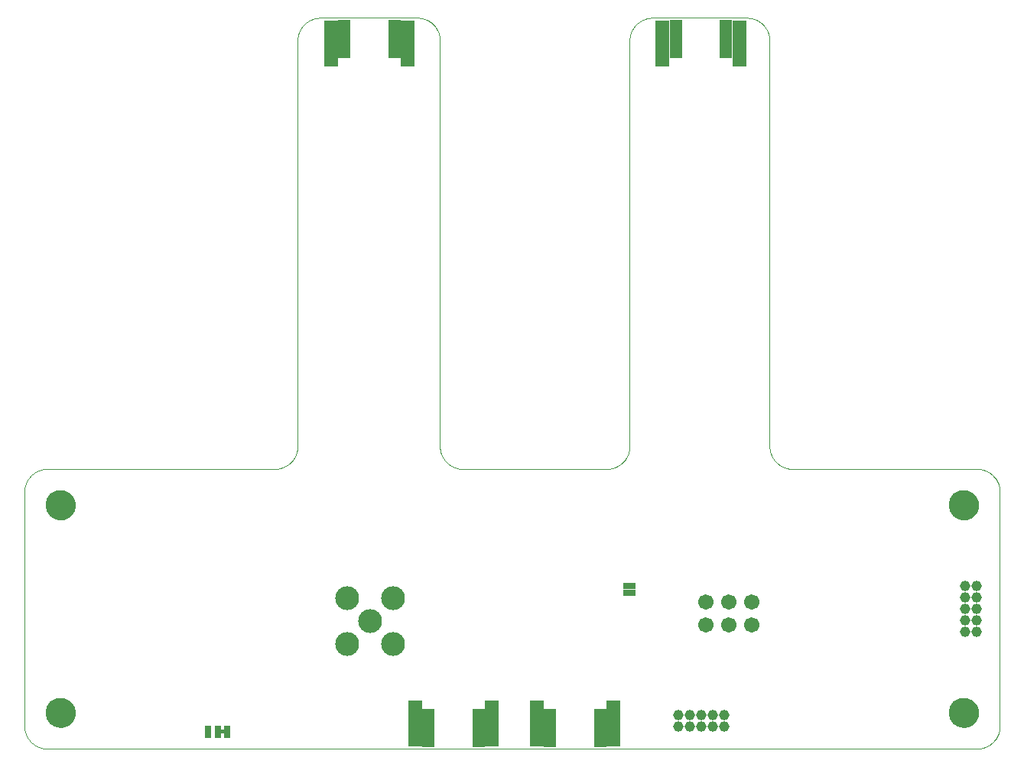
<source format=gbs>
G75*
%MOIN*%
%OFA0B0*%
%FSLAX25Y25*%
%IPPOS*%
%LPD*%
%AMOC8*
5,1,8,0,0,1.08239X$1,22.5*
%
%ADD10C,0.00000*%
%ADD11R,0.03000X0.05400*%
%ADD12C,0.00500*%
%ADD13C,0.06699*%
%ADD14R,0.05321X0.16542*%
%ADD15R,0.05912X0.20085*%
%ADD16C,0.04534*%
%ADD17C,0.12998*%
%ADD18C,0.10400*%
%ADD19R,0.05400X0.02900*%
D10*
X0013469Y0037693D02*
X0418665Y0037693D01*
X0418907Y0037696D01*
X0419148Y0037705D01*
X0419389Y0037719D01*
X0419630Y0037740D01*
X0419870Y0037766D01*
X0420110Y0037798D01*
X0420349Y0037836D01*
X0420586Y0037879D01*
X0420823Y0037929D01*
X0421058Y0037984D01*
X0421292Y0038044D01*
X0421524Y0038111D01*
X0421755Y0038182D01*
X0421984Y0038260D01*
X0422211Y0038343D01*
X0422436Y0038431D01*
X0422659Y0038525D01*
X0422879Y0038624D01*
X0423097Y0038729D01*
X0423312Y0038838D01*
X0423525Y0038953D01*
X0423735Y0039073D01*
X0423941Y0039198D01*
X0424145Y0039328D01*
X0424346Y0039463D01*
X0424543Y0039603D01*
X0424737Y0039747D01*
X0424927Y0039896D01*
X0425113Y0040050D01*
X0425296Y0040208D01*
X0425475Y0040370D01*
X0425650Y0040537D01*
X0425821Y0040708D01*
X0425988Y0040883D01*
X0426150Y0041062D01*
X0426308Y0041245D01*
X0426462Y0041431D01*
X0426611Y0041621D01*
X0426755Y0041815D01*
X0426895Y0042012D01*
X0427030Y0042213D01*
X0427160Y0042417D01*
X0427285Y0042623D01*
X0427405Y0042833D01*
X0427520Y0043046D01*
X0427629Y0043261D01*
X0427734Y0043479D01*
X0427833Y0043699D01*
X0427927Y0043922D01*
X0428015Y0044147D01*
X0428098Y0044374D01*
X0428176Y0044603D01*
X0428247Y0044834D01*
X0428314Y0045066D01*
X0428374Y0045300D01*
X0428429Y0045535D01*
X0428479Y0045772D01*
X0428522Y0046009D01*
X0428560Y0046248D01*
X0428592Y0046488D01*
X0428618Y0046728D01*
X0428639Y0046969D01*
X0428653Y0047210D01*
X0428662Y0047451D01*
X0428665Y0047693D01*
X0428665Y0149740D01*
X0428662Y0149982D01*
X0428653Y0150223D01*
X0428639Y0150464D01*
X0428618Y0150705D01*
X0428592Y0150945D01*
X0428560Y0151185D01*
X0428522Y0151424D01*
X0428479Y0151661D01*
X0428429Y0151898D01*
X0428374Y0152133D01*
X0428314Y0152367D01*
X0428247Y0152599D01*
X0428176Y0152830D01*
X0428098Y0153059D01*
X0428015Y0153286D01*
X0427927Y0153511D01*
X0427833Y0153734D01*
X0427734Y0153954D01*
X0427629Y0154172D01*
X0427520Y0154387D01*
X0427405Y0154600D01*
X0427285Y0154810D01*
X0427160Y0155016D01*
X0427030Y0155220D01*
X0426895Y0155421D01*
X0426755Y0155618D01*
X0426611Y0155812D01*
X0426462Y0156002D01*
X0426308Y0156188D01*
X0426150Y0156371D01*
X0425988Y0156550D01*
X0425821Y0156725D01*
X0425650Y0156896D01*
X0425475Y0157063D01*
X0425296Y0157225D01*
X0425113Y0157383D01*
X0424927Y0157537D01*
X0424737Y0157686D01*
X0424543Y0157830D01*
X0424346Y0157970D01*
X0424145Y0158105D01*
X0423941Y0158235D01*
X0423735Y0158360D01*
X0423525Y0158480D01*
X0423312Y0158595D01*
X0423097Y0158704D01*
X0422879Y0158809D01*
X0422659Y0158908D01*
X0422436Y0159002D01*
X0422211Y0159090D01*
X0421984Y0159173D01*
X0421755Y0159251D01*
X0421524Y0159322D01*
X0421292Y0159389D01*
X0421058Y0159449D01*
X0420823Y0159504D01*
X0420586Y0159554D01*
X0420349Y0159597D01*
X0420110Y0159635D01*
X0419870Y0159667D01*
X0419630Y0159693D01*
X0419389Y0159714D01*
X0419148Y0159728D01*
X0418907Y0159737D01*
X0418665Y0159740D01*
X0338272Y0159740D01*
X0338030Y0159743D01*
X0337789Y0159752D01*
X0337548Y0159766D01*
X0337307Y0159787D01*
X0337067Y0159813D01*
X0336827Y0159845D01*
X0336588Y0159883D01*
X0336351Y0159926D01*
X0336114Y0159976D01*
X0335879Y0160031D01*
X0335645Y0160091D01*
X0335413Y0160158D01*
X0335182Y0160229D01*
X0334953Y0160307D01*
X0334726Y0160390D01*
X0334501Y0160478D01*
X0334278Y0160572D01*
X0334058Y0160671D01*
X0333840Y0160776D01*
X0333625Y0160885D01*
X0333412Y0161000D01*
X0333202Y0161120D01*
X0332996Y0161245D01*
X0332792Y0161375D01*
X0332591Y0161510D01*
X0332394Y0161650D01*
X0332200Y0161794D01*
X0332010Y0161943D01*
X0331824Y0162097D01*
X0331641Y0162255D01*
X0331462Y0162417D01*
X0331287Y0162584D01*
X0331116Y0162755D01*
X0330949Y0162930D01*
X0330787Y0163109D01*
X0330629Y0163292D01*
X0330475Y0163478D01*
X0330326Y0163668D01*
X0330182Y0163862D01*
X0330042Y0164059D01*
X0329907Y0164260D01*
X0329777Y0164464D01*
X0329652Y0164670D01*
X0329532Y0164880D01*
X0329417Y0165093D01*
X0329308Y0165308D01*
X0329203Y0165526D01*
X0329104Y0165746D01*
X0329010Y0165969D01*
X0328922Y0166194D01*
X0328839Y0166421D01*
X0328761Y0166650D01*
X0328690Y0166881D01*
X0328623Y0167113D01*
X0328563Y0167347D01*
X0328508Y0167582D01*
X0328458Y0167819D01*
X0328415Y0168056D01*
X0328377Y0168295D01*
X0328345Y0168535D01*
X0328319Y0168775D01*
X0328298Y0169016D01*
X0328284Y0169257D01*
X0328275Y0169498D01*
X0328272Y0169740D01*
X0328272Y0346591D01*
X0328269Y0346833D01*
X0328260Y0347074D01*
X0328246Y0347315D01*
X0328225Y0347556D01*
X0328199Y0347796D01*
X0328167Y0348036D01*
X0328129Y0348275D01*
X0328086Y0348512D01*
X0328036Y0348749D01*
X0327981Y0348984D01*
X0327921Y0349218D01*
X0327854Y0349450D01*
X0327783Y0349681D01*
X0327705Y0349910D01*
X0327622Y0350137D01*
X0327534Y0350362D01*
X0327440Y0350585D01*
X0327341Y0350805D01*
X0327236Y0351023D01*
X0327127Y0351238D01*
X0327012Y0351451D01*
X0326892Y0351661D01*
X0326767Y0351867D01*
X0326637Y0352071D01*
X0326502Y0352272D01*
X0326362Y0352469D01*
X0326218Y0352663D01*
X0326069Y0352853D01*
X0325915Y0353039D01*
X0325757Y0353222D01*
X0325595Y0353401D01*
X0325428Y0353576D01*
X0325257Y0353747D01*
X0325082Y0353914D01*
X0324903Y0354076D01*
X0324720Y0354234D01*
X0324534Y0354388D01*
X0324344Y0354537D01*
X0324150Y0354681D01*
X0323953Y0354821D01*
X0323752Y0354956D01*
X0323548Y0355086D01*
X0323342Y0355211D01*
X0323132Y0355331D01*
X0322919Y0355446D01*
X0322704Y0355555D01*
X0322486Y0355660D01*
X0322266Y0355759D01*
X0322043Y0355853D01*
X0321818Y0355941D01*
X0321591Y0356024D01*
X0321362Y0356102D01*
X0321131Y0356173D01*
X0320899Y0356240D01*
X0320665Y0356300D01*
X0320430Y0356355D01*
X0320193Y0356405D01*
X0319956Y0356448D01*
X0319717Y0356486D01*
X0319477Y0356518D01*
X0319237Y0356544D01*
X0318996Y0356565D01*
X0318755Y0356579D01*
X0318514Y0356588D01*
X0318272Y0356591D01*
X0277248Y0356591D01*
X0277006Y0356588D01*
X0276765Y0356579D01*
X0276524Y0356565D01*
X0276283Y0356544D01*
X0276043Y0356518D01*
X0275803Y0356486D01*
X0275564Y0356448D01*
X0275327Y0356405D01*
X0275090Y0356355D01*
X0274855Y0356300D01*
X0274621Y0356240D01*
X0274389Y0356173D01*
X0274158Y0356102D01*
X0273929Y0356024D01*
X0273702Y0355941D01*
X0273477Y0355853D01*
X0273254Y0355759D01*
X0273034Y0355660D01*
X0272816Y0355555D01*
X0272601Y0355446D01*
X0272388Y0355331D01*
X0272178Y0355211D01*
X0271972Y0355086D01*
X0271768Y0354956D01*
X0271567Y0354821D01*
X0271370Y0354681D01*
X0271176Y0354537D01*
X0270986Y0354388D01*
X0270800Y0354234D01*
X0270617Y0354076D01*
X0270438Y0353914D01*
X0270263Y0353747D01*
X0270092Y0353576D01*
X0269925Y0353401D01*
X0269763Y0353222D01*
X0269605Y0353039D01*
X0269451Y0352853D01*
X0269302Y0352663D01*
X0269158Y0352469D01*
X0269018Y0352272D01*
X0268883Y0352071D01*
X0268753Y0351867D01*
X0268628Y0351661D01*
X0268508Y0351451D01*
X0268393Y0351238D01*
X0268284Y0351023D01*
X0268179Y0350805D01*
X0268080Y0350585D01*
X0267986Y0350362D01*
X0267898Y0350137D01*
X0267815Y0349910D01*
X0267737Y0349681D01*
X0267666Y0349450D01*
X0267599Y0349218D01*
X0267539Y0348984D01*
X0267484Y0348749D01*
X0267434Y0348512D01*
X0267391Y0348275D01*
X0267353Y0348036D01*
X0267321Y0347796D01*
X0267295Y0347556D01*
X0267274Y0347315D01*
X0267260Y0347074D01*
X0267251Y0346833D01*
X0267248Y0346591D01*
X0267248Y0169740D01*
X0267245Y0169498D01*
X0267236Y0169257D01*
X0267222Y0169016D01*
X0267201Y0168775D01*
X0267175Y0168535D01*
X0267143Y0168295D01*
X0267105Y0168056D01*
X0267062Y0167819D01*
X0267012Y0167582D01*
X0266957Y0167347D01*
X0266897Y0167113D01*
X0266830Y0166881D01*
X0266759Y0166650D01*
X0266681Y0166421D01*
X0266598Y0166194D01*
X0266510Y0165969D01*
X0266416Y0165746D01*
X0266317Y0165526D01*
X0266212Y0165308D01*
X0266103Y0165093D01*
X0265988Y0164880D01*
X0265868Y0164670D01*
X0265743Y0164464D01*
X0265613Y0164260D01*
X0265478Y0164059D01*
X0265338Y0163862D01*
X0265194Y0163668D01*
X0265045Y0163478D01*
X0264891Y0163292D01*
X0264733Y0163109D01*
X0264571Y0162930D01*
X0264404Y0162755D01*
X0264233Y0162584D01*
X0264058Y0162417D01*
X0263879Y0162255D01*
X0263696Y0162097D01*
X0263510Y0161943D01*
X0263320Y0161794D01*
X0263126Y0161650D01*
X0262929Y0161510D01*
X0262728Y0161375D01*
X0262524Y0161245D01*
X0262318Y0161120D01*
X0262108Y0161000D01*
X0261895Y0160885D01*
X0261680Y0160776D01*
X0261462Y0160671D01*
X0261242Y0160572D01*
X0261019Y0160478D01*
X0260794Y0160390D01*
X0260567Y0160307D01*
X0260338Y0160229D01*
X0260107Y0160158D01*
X0259875Y0160091D01*
X0259641Y0160031D01*
X0259406Y0159976D01*
X0259169Y0159926D01*
X0258932Y0159883D01*
X0258693Y0159845D01*
X0258453Y0159813D01*
X0258213Y0159787D01*
X0257972Y0159766D01*
X0257731Y0159752D01*
X0257490Y0159743D01*
X0257248Y0159740D01*
X0194571Y0159740D01*
X0194329Y0159743D01*
X0194088Y0159752D01*
X0193847Y0159766D01*
X0193606Y0159787D01*
X0193366Y0159813D01*
X0193126Y0159845D01*
X0192887Y0159883D01*
X0192650Y0159926D01*
X0192413Y0159976D01*
X0192178Y0160031D01*
X0191944Y0160091D01*
X0191712Y0160158D01*
X0191481Y0160229D01*
X0191252Y0160307D01*
X0191025Y0160390D01*
X0190800Y0160478D01*
X0190577Y0160572D01*
X0190357Y0160671D01*
X0190139Y0160776D01*
X0189924Y0160885D01*
X0189711Y0161000D01*
X0189501Y0161120D01*
X0189295Y0161245D01*
X0189091Y0161375D01*
X0188890Y0161510D01*
X0188693Y0161650D01*
X0188499Y0161794D01*
X0188309Y0161943D01*
X0188123Y0162097D01*
X0187940Y0162255D01*
X0187761Y0162417D01*
X0187586Y0162584D01*
X0187415Y0162755D01*
X0187248Y0162930D01*
X0187086Y0163109D01*
X0186928Y0163292D01*
X0186774Y0163478D01*
X0186625Y0163668D01*
X0186481Y0163862D01*
X0186341Y0164059D01*
X0186206Y0164260D01*
X0186076Y0164464D01*
X0185951Y0164670D01*
X0185831Y0164880D01*
X0185716Y0165093D01*
X0185607Y0165308D01*
X0185502Y0165526D01*
X0185403Y0165746D01*
X0185309Y0165969D01*
X0185221Y0166194D01*
X0185138Y0166421D01*
X0185060Y0166650D01*
X0184989Y0166881D01*
X0184922Y0167113D01*
X0184862Y0167347D01*
X0184807Y0167582D01*
X0184757Y0167819D01*
X0184714Y0168056D01*
X0184676Y0168295D01*
X0184644Y0168535D01*
X0184618Y0168775D01*
X0184597Y0169016D01*
X0184583Y0169257D01*
X0184574Y0169498D01*
X0184571Y0169740D01*
X0184571Y0346748D01*
X0184568Y0346986D01*
X0184560Y0347224D01*
X0184545Y0347461D01*
X0184525Y0347698D01*
X0184499Y0347934D01*
X0184468Y0348170D01*
X0184431Y0348405D01*
X0184388Y0348639D01*
X0184339Y0348872D01*
X0184285Y0349104D01*
X0184225Y0349334D01*
X0184160Y0349563D01*
X0184089Y0349790D01*
X0184013Y0350015D01*
X0183931Y0350238D01*
X0183844Y0350460D01*
X0183752Y0350679D01*
X0183654Y0350896D01*
X0183552Y0351110D01*
X0183444Y0351322D01*
X0183330Y0351532D01*
X0183212Y0351738D01*
X0183089Y0351942D01*
X0182961Y0352142D01*
X0182829Y0352339D01*
X0182691Y0352534D01*
X0182549Y0352724D01*
X0182402Y0352912D01*
X0182251Y0353095D01*
X0182096Y0353275D01*
X0181936Y0353451D01*
X0181772Y0353623D01*
X0181603Y0353792D01*
X0181431Y0353956D01*
X0181255Y0354116D01*
X0181075Y0354271D01*
X0180892Y0354422D01*
X0180704Y0354569D01*
X0180514Y0354711D01*
X0180319Y0354849D01*
X0180122Y0354981D01*
X0179922Y0355109D01*
X0179718Y0355232D01*
X0179512Y0355350D01*
X0179302Y0355464D01*
X0179090Y0355572D01*
X0178876Y0355674D01*
X0178659Y0355772D01*
X0178440Y0355864D01*
X0178218Y0355951D01*
X0177995Y0356033D01*
X0177770Y0356109D01*
X0177543Y0356180D01*
X0177314Y0356245D01*
X0177084Y0356305D01*
X0176852Y0356359D01*
X0176619Y0356408D01*
X0176385Y0356451D01*
X0176150Y0356488D01*
X0175914Y0356519D01*
X0175678Y0356545D01*
X0175441Y0356565D01*
X0175204Y0356580D01*
X0174966Y0356588D01*
X0174728Y0356591D01*
X0132406Y0356591D01*
X0132168Y0356588D01*
X0131930Y0356580D01*
X0131693Y0356565D01*
X0131456Y0356545D01*
X0131220Y0356519D01*
X0130984Y0356488D01*
X0130749Y0356451D01*
X0130515Y0356408D01*
X0130282Y0356359D01*
X0130050Y0356305D01*
X0129820Y0356245D01*
X0129591Y0356180D01*
X0129364Y0356109D01*
X0129139Y0356033D01*
X0128916Y0355951D01*
X0128694Y0355864D01*
X0128475Y0355772D01*
X0128258Y0355674D01*
X0128044Y0355572D01*
X0127832Y0355464D01*
X0127622Y0355350D01*
X0127416Y0355232D01*
X0127212Y0355109D01*
X0127012Y0354981D01*
X0126815Y0354849D01*
X0126620Y0354711D01*
X0126430Y0354569D01*
X0126242Y0354422D01*
X0126059Y0354271D01*
X0125879Y0354116D01*
X0125703Y0353956D01*
X0125531Y0353792D01*
X0125362Y0353623D01*
X0125198Y0353451D01*
X0125038Y0353275D01*
X0124883Y0353095D01*
X0124732Y0352912D01*
X0124585Y0352724D01*
X0124443Y0352534D01*
X0124305Y0352339D01*
X0124173Y0352142D01*
X0124045Y0351942D01*
X0123922Y0351738D01*
X0123804Y0351532D01*
X0123690Y0351322D01*
X0123582Y0351110D01*
X0123480Y0350896D01*
X0123382Y0350679D01*
X0123290Y0350460D01*
X0123203Y0350238D01*
X0123121Y0350015D01*
X0123045Y0349790D01*
X0122974Y0349563D01*
X0122909Y0349334D01*
X0122849Y0349104D01*
X0122795Y0348872D01*
X0122746Y0348639D01*
X0122703Y0348405D01*
X0122666Y0348170D01*
X0122635Y0347934D01*
X0122609Y0347698D01*
X0122589Y0347461D01*
X0122574Y0347224D01*
X0122566Y0346986D01*
X0122563Y0346748D01*
X0122563Y0169740D01*
X0122560Y0169498D01*
X0122551Y0169257D01*
X0122537Y0169016D01*
X0122516Y0168775D01*
X0122490Y0168535D01*
X0122458Y0168295D01*
X0122420Y0168056D01*
X0122377Y0167819D01*
X0122327Y0167582D01*
X0122272Y0167347D01*
X0122212Y0167113D01*
X0122145Y0166881D01*
X0122074Y0166650D01*
X0121996Y0166421D01*
X0121913Y0166194D01*
X0121825Y0165969D01*
X0121731Y0165746D01*
X0121632Y0165526D01*
X0121527Y0165308D01*
X0121418Y0165093D01*
X0121303Y0164880D01*
X0121183Y0164670D01*
X0121058Y0164464D01*
X0120928Y0164260D01*
X0120793Y0164059D01*
X0120653Y0163862D01*
X0120509Y0163668D01*
X0120360Y0163478D01*
X0120206Y0163292D01*
X0120048Y0163109D01*
X0119886Y0162930D01*
X0119719Y0162755D01*
X0119548Y0162584D01*
X0119373Y0162417D01*
X0119194Y0162255D01*
X0119011Y0162097D01*
X0118825Y0161943D01*
X0118635Y0161794D01*
X0118441Y0161650D01*
X0118244Y0161510D01*
X0118043Y0161375D01*
X0117839Y0161245D01*
X0117633Y0161120D01*
X0117423Y0161000D01*
X0117210Y0160885D01*
X0116995Y0160776D01*
X0116777Y0160671D01*
X0116557Y0160572D01*
X0116334Y0160478D01*
X0116109Y0160390D01*
X0115882Y0160307D01*
X0115653Y0160229D01*
X0115422Y0160158D01*
X0115190Y0160091D01*
X0114956Y0160031D01*
X0114721Y0159976D01*
X0114484Y0159926D01*
X0114247Y0159883D01*
X0114008Y0159845D01*
X0113768Y0159813D01*
X0113528Y0159787D01*
X0113287Y0159766D01*
X0113046Y0159752D01*
X0112805Y0159743D01*
X0112563Y0159740D01*
X0013469Y0159740D01*
X0013227Y0159737D01*
X0012986Y0159728D01*
X0012745Y0159714D01*
X0012504Y0159693D01*
X0012264Y0159667D01*
X0012024Y0159635D01*
X0011785Y0159597D01*
X0011548Y0159554D01*
X0011311Y0159504D01*
X0011076Y0159449D01*
X0010842Y0159389D01*
X0010610Y0159322D01*
X0010379Y0159251D01*
X0010150Y0159173D01*
X0009923Y0159090D01*
X0009698Y0159002D01*
X0009475Y0158908D01*
X0009255Y0158809D01*
X0009037Y0158704D01*
X0008822Y0158595D01*
X0008609Y0158480D01*
X0008399Y0158360D01*
X0008193Y0158235D01*
X0007989Y0158105D01*
X0007788Y0157970D01*
X0007591Y0157830D01*
X0007397Y0157686D01*
X0007207Y0157537D01*
X0007021Y0157383D01*
X0006838Y0157225D01*
X0006659Y0157063D01*
X0006484Y0156896D01*
X0006313Y0156725D01*
X0006146Y0156550D01*
X0005984Y0156371D01*
X0005826Y0156188D01*
X0005672Y0156002D01*
X0005523Y0155812D01*
X0005379Y0155618D01*
X0005239Y0155421D01*
X0005104Y0155220D01*
X0004974Y0155016D01*
X0004849Y0154810D01*
X0004729Y0154600D01*
X0004614Y0154387D01*
X0004505Y0154172D01*
X0004400Y0153954D01*
X0004301Y0153734D01*
X0004207Y0153511D01*
X0004119Y0153286D01*
X0004036Y0153059D01*
X0003958Y0152830D01*
X0003887Y0152599D01*
X0003820Y0152367D01*
X0003760Y0152133D01*
X0003705Y0151898D01*
X0003655Y0151661D01*
X0003612Y0151424D01*
X0003574Y0151185D01*
X0003542Y0150945D01*
X0003516Y0150705D01*
X0003495Y0150464D01*
X0003481Y0150223D01*
X0003472Y0149982D01*
X0003469Y0149740D01*
X0003469Y0047693D01*
X0003472Y0047451D01*
X0003481Y0047210D01*
X0003495Y0046969D01*
X0003516Y0046728D01*
X0003542Y0046488D01*
X0003574Y0046248D01*
X0003612Y0046009D01*
X0003655Y0045772D01*
X0003705Y0045535D01*
X0003760Y0045300D01*
X0003820Y0045066D01*
X0003887Y0044834D01*
X0003958Y0044603D01*
X0004036Y0044374D01*
X0004119Y0044147D01*
X0004207Y0043922D01*
X0004301Y0043699D01*
X0004400Y0043479D01*
X0004505Y0043261D01*
X0004614Y0043046D01*
X0004729Y0042833D01*
X0004849Y0042623D01*
X0004974Y0042417D01*
X0005104Y0042213D01*
X0005239Y0042012D01*
X0005379Y0041815D01*
X0005523Y0041621D01*
X0005672Y0041431D01*
X0005826Y0041245D01*
X0005984Y0041062D01*
X0006146Y0040883D01*
X0006313Y0040708D01*
X0006484Y0040537D01*
X0006659Y0040370D01*
X0006838Y0040208D01*
X0007021Y0040050D01*
X0007207Y0039896D01*
X0007397Y0039747D01*
X0007591Y0039603D01*
X0007788Y0039463D01*
X0007989Y0039328D01*
X0008193Y0039198D01*
X0008399Y0039073D01*
X0008609Y0038953D01*
X0008822Y0038838D01*
X0009037Y0038729D01*
X0009255Y0038624D01*
X0009475Y0038525D01*
X0009698Y0038431D01*
X0009923Y0038343D01*
X0010150Y0038260D01*
X0010379Y0038182D01*
X0010610Y0038111D01*
X0010842Y0038044D01*
X0011076Y0037984D01*
X0011311Y0037929D01*
X0011548Y0037879D01*
X0011785Y0037836D01*
X0012024Y0037798D01*
X0012264Y0037766D01*
X0012504Y0037740D01*
X0012745Y0037719D01*
X0012986Y0037705D01*
X0013227Y0037696D01*
X0013469Y0037693D01*
X0012918Y0053441D02*
X0012920Y0053599D01*
X0012926Y0053757D01*
X0012936Y0053915D01*
X0012950Y0054073D01*
X0012968Y0054230D01*
X0012989Y0054387D01*
X0013015Y0054543D01*
X0013045Y0054699D01*
X0013078Y0054854D01*
X0013116Y0055007D01*
X0013157Y0055160D01*
X0013202Y0055312D01*
X0013251Y0055463D01*
X0013304Y0055612D01*
X0013360Y0055760D01*
X0013420Y0055906D01*
X0013484Y0056051D01*
X0013552Y0056194D01*
X0013623Y0056336D01*
X0013697Y0056476D01*
X0013775Y0056613D01*
X0013857Y0056749D01*
X0013941Y0056883D01*
X0014030Y0057014D01*
X0014121Y0057143D01*
X0014216Y0057270D01*
X0014313Y0057395D01*
X0014414Y0057517D01*
X0014518Y0057636D01*
X0014625Y0057753D01*
X0014735Y0057867D01*
X0014848Y0057978D01*
X0014963Y0058087D01*
X0015081Y0058192D01*
X0015202Y0058294D01*
X0015325Y0058394D01*
X0015451Y0058490D01*
X0015579Y0058583D01*
X0015709Y0058673D01*
X0015842Y0058759D01*
X0015977Y0058843D01*
X0016113Y0058922D01*
X0016252Y0058999D01*
X0016393Y0059071D01*
X0016535Y0059141D01*
X0016679Y0059206D01*
X0016825Y0059268D01*
X0016972Y0059326D01*
X0017121Y0059381D01*
X0017271Y0059432D01*
X0017422Y0059479D01*
X0017574Y0059522D01*
X0017727Y0059561D01*
X0017882Y0059597D01*
X0018037Y0059628D01*
X0018193Y0059656D01*
X0018349Y0059680D01*
X0018506Y0059700D01*
X0018664Y0059716D01*
X0018821Y0059728D01*
X0018980Y0059736D01*
X0019138Y0059740D01*
X0019296Y0059740D01*
X0019454Y0059736D01*
X0019613Y0059728D01*
X0019770Y0059716D01*
X0019928Y0059700D01*
X0020085Y0059680D01*
X0020241Y0059656D01*
X0020397Y0059628D01*
X0020552Y0059597D01*
X0020707Y0059561D01*
X0020860Y0059522D01*
X0021012Y0059479D01*
X0021163Y0059432D01*
X0021313Y0059381D01*
X0021462Y0059326D01*
X0021609Y0059268D01*
X0021755Y0059206D01*
X0021899Y0059141D01*
X0022041Y0059071D01*
X0022182Y0058999D01*
X0022321Y0058922D01*
X0022457Y0058843D01*
X0022592Y0058759D01*
X0022725Y0058673D01*
X0022855Y0058583D01*
X0022983Y0058490D01*
X0023109Y0058394D01*
X0023232Y0058294D01*
X0023353Y0058192D01*
X0023471Y0058087D01*
X0023586Y0057978D01*
X0023699Y0057867D01*
X0023809Y0057753D01*
X0023916Y0057636D01*
X0024020Y0057517D01*
X0024121Y0057395D01*
X0024218Y0057270D01*
X0024313Y0057143D01*
X0024404Y0057014D01*
X0024493Y0056883D01*
X0024577Y0056749D01*
X0024659Y0056613D01*
X0024737Y0056476D01*
X0024811Y0056336D01*
X0024882Y0056194D01*
X0024950Y0056051D01*
X0025014Y0055906D01*
X0025074Y0055760D01*
X0025130Y0055612D01*
X0025183Y0055463D01*
X0025232Y0055312D01*
X0025277Y0055160D01*
X0025318Y0055007D01*
X0025356Y0054854D01*
X0025389Y0054699D01*
X0025419Y0054543D01*
X0025445Y0054387D01*
X0025466Y0054230D01*
X0025484Y0054073D01*
X0025498Y0053915D01*
X0025508Y0053757D01*
X0025514Y0053599D01*
X0025516Y0053441D01*
X0025514Y0053283D01*
X0025508Y0053125D01*
X0025498Y0052967D01*
X0025484Y0052809D01*
X0025466Y0052652D01*
X0025445Y0052495D01*
X0025419Y0052339D01*
X0025389Y0052183D01*
X0025356Y0052028D01*
X0025318Y0051875D01*
X0025277Y0051722D01*
X0025232Y0051570D01*
X0025183Y0051419D01*
X0025130Y0051270D01*
X0025074Y0051122D01*
X0025014Y0050976D01*
X0024950Y0050831D01*
X0024882Y0050688D01*
X0024811Y0050546D01*
X0024737Y0050406D01*
X0024659Y0050269D01*
X0024577Y0050133D01*
X0024493Y0049999D01*
X0024404Y0049868D01*
X0024313Y0049739D01*
X0024218Y0049612D01*
X0024121Y0049487D01*
X0024020Y0049365D01*
X0023916Y0049246D01*
X0023809Y0049129D01*
X0023699Y0049015D01*
X0023586Y0048904D01*
X0023471Y0048795D01*
X0023353Y0048690D01*
X0023232Y0048588D01*
X0023109Y0048488D01*
X0022983Y0048392D01*
X0022855Y0048299D01*
X0022725Y0048209D01*
X0022592Y0048123D01*
X0022457Y0048039D01*
X0022321Y0047960D01*
X0022182Y0047883D01*
X0022041Y0047811D01*
X0021899Y0047741D01*
X0021755Y0047676D01*
X0021609Y0047614D01*
X0021462Y0047556D01*
X0021313Y0047501D01*
X0021163Y0047450D01*
X0021012Y0047403D01*
X0020860Y0047360D01*
X0020707Y0047321D01*
X0020552Y0047285D01*
X0020397Y0047254D01*
X0020241Y0047226D01*
X0020085Y0047202D01*
X0019928Y0047182D01*
X0019770Y0047166D01*
X0019613Y0047154D01*
X0019454Y0047146D01*
X0019296Y0047142D01*
X0019138Y0047142D01*
X0018980Y0047146D01*
X0018821Y0047154D01*
X0018664Y0047166D01*
X0018506Y0047182D01*
X0018349Y0047202D01*
X0018193Y0047226D01*
X0018037Y0047254D01*
X0017882Y0047285D01*
X0017727Y0047321D01*
X0017574Y0047360D01*
X0017422Y0047403D01*
X0017271Y0047450D01*
X0017121Y0047501D01*
X0016972Y0047556D01*
X0016825Y0047614D01*
X0016679Y0047676D01*
X0016535Y0047741D01*
X0016393Y0047811D01*
X0016252Y0047883D01*
X0016113Y0047960D01*
X0015977Y0048039D01*
X0015842Y0048123D01*
X0015709Y0048209D01*
X0015579Y0048299D01*
X0015451Y0048392D01*
X0015325Y0048488D01*
X0015202Y0048588D01*
X0015081Y0048690D01*
X0014963Y0048795D01*
X0014848Y0048904D01*
X0014735Y0049015D01*
X0014625Y0049129D01*
X0014518Y0049246D01*
X0014414Y0049365D01*
X0014313Y0049487D01*
X0014216Y0049612D01*
X0014121Y0049739D01*
X0014030Y0049868D01*
X0013941Y0049999D01*
X0013857Y0050133D01*
X0013775Y0050269D01*
X0013697Y0050406D01*
X0013623Y0050546D01*
X0013552Y0050688D01*
X0013484Y0050831D01*
X0013420Y0050976D01*
X0013360Y0051122D01*
X0013304Y0051270D01*
X0013251Y0051419D01*
X0013202Y0051570D01*
X0013157Y0051722D01*
X0013116Y0051875D01*
X0013078Y0052028D01*
X0013045Y0052183D01*
X0013015Y0052339D01*
X0012989Y0052495D01*
X0012968Y0052652D01*
X0012950Y0052809D01*
X0012936Y0052967D01*
X0012926Y0053125D01*
X0012920Y0053283D01*
X0012918Y0053441D01*
X0012918Y0143992D02*
X0012920Y0144150D01*
X0012926Y0144308D01*
X0012936Y0144466D01*
X0012950Y0144624D01*
X0012968Y0144781D01*
X0012989Y0144938D01*
X0013015Y0145094D01*
X0013045Y0145250D01*
X0013078Y0145405D01*
X0013116Y0145558D01*
X0013157Y0145711D01*
X0013202Y0145863D01*
X0013251Y0146014D01*
X0013304Y0146163D01*
X0013360Y0146311D01*
X0013420Y0146457D01*
X0013484Y0146602D01*
X0013552Y0146745D01*
X0013623Y0146887D01*
X0013697Y0147027D01*
X0013775Y0147164D01*
X0013857Y0147300D01*
X0013941Y0147434D01*
X0014030Y0147565D01*
X0014121Y0147694D01*
X0014216Y0147821D01*
X0014313Y0147946D01*
X0014414Y0148068D01*
X0014518Y0148187D01*
X0014625Y0148304D01*
X0014735Y0148418D01*
X0014848Y0148529D01*
X0014963Y0148638D01*
X0015081Y0148743D01*
X0015202Y0148845D01*
X0015325Y0148945D01*
X0015451Y0149041D01*
X0015579Y0149134D01*
X0015709Y0149224D01*
X0015842Y0149310D01*
X0015977Y0149394D01*
X0016113Y0149473D01*
X0016252Y0149550D01*
X0016393Y0149622D01*
X0016535Y0149692D01*
X0016679Y0149757D01*
X0016825Y0149819D01*
X0016972Y0149877D01*
X0017121Y0149932D01*
X0017271Y0149983D01*
X0017422Y0150030D01*
X0017574Y0150073D01*
X0017727Y0150112D01*
X0017882Y0150148D01*
X0018037Y0150179D01*
X0018193Y0150207D01*
X0018349Y0150231D01*
X0018506Y0150251D01*
X0018664Y0150267D01*
X0018821Y0150279D01*
X0018980Y0150287D01*
X0019138Y0150291D01*
X0019296Y0150291D01*
X0019454Y0150287D01*
X0019613Y0150279D01*
X0019770Y0150267D01*
X0019928Y0150251D01*
X0020085Y0150231D01*
X0020241Y0150207D01*
X0020397Y0150179D01*
X0020552Y0150148D01*
X0020707Y0150112D01*
X0020860Y0150073D01*
X0021012Y0150030D01*
X0021163Y0149983D01*
X0021313Y0149932D01*
X0021462Y0149877D01*
X0021609Y0149819D01*
X0021755Y0149757D01*
X0021899Y0149692D01*
X0022041Y0149622D01*
X0022182Y0149550D01*
X0022321Y0149473D01*
X0022457Y0149394D01*
X0022592Y0149310D01*
X0022725Y0149224D01*
X0022855Y0149134D01*
X0022983Y0149041D01*
X0023109Y0148945D01*
X0023232Y0148845D01*
X0023353Y0148743D01*
X0023471Y0148638D01*
X0023586Y0148529D01*
X0023699Y0148418D01*
X0023809Y0148304D01*
X0023916Y0148187D01*
X0024020Y0148068D01*
X0024121Y0147946D01*
X0024218Y0147821D01*
X0024313Y0147694D01*
X0024404Y0147565D01*
X0024493Y0147434D01*
X0024577Y0147300D01*
X0024659Y0147164D01*
X0024737Y0147027D01*
X0024811Y0146887D01*
X0024882Y0146745D01*
X0024950Y0146602D01*
X0025014Y0146457D01*
X0025074Y0146311D01*
X0025130Y0146163D01*
X0025183Y0146014D01*
X0025232Y0145863D01*
X0025277Y0145711D01*
X0025318Y0145558D01*
X0025356Y0145405D01*
X0025389Y0145250D01*
X0025419Y0145094D01*
X0025445Y0144938D01*
X0025466Y0144781D01*
X0025484Y0144624D01*
X0025498Y0144466D01*
X0025508Y0144308D01*
X0025514Y0144150D01*
X0025516Y0143992D01*
X0025514Y0143834D01*
X0025508Y0143676D01*
X0025498Y0143518D01*
X0025484Y0143360D01*
X0025466Y0143203D01*
X0025445Y0143046D01*
X0025419Y0142890D01*
X0025389Y0142734D01*
X0025356Y0142579D01*
X0025318Y0142426D01*
X0025277Y0142273D01*
X0025232Y0142121D01*
X0025183Y0141970D01*
X0025130Y0141821D01*
X0025074Y0141673D01*
X0025014Y0141527D01*
X0024950Y0141382D01*
X0024882Y0141239D01*
X0024811Y0141097D01*
X0024737Y0140957D01*
X0024659Y0140820D01*
X0024577Y0140684D01*
X0024493Y0140550D01*
X0024404Y0140419D01*
X0024313Y0140290D01*
X0024218Y0140163D01*
X0024121Y0140038D01*
X0024020Y0139916D01*
X0023916Y0139797D01*
X0023809Y0139680D01*
X0023699Y0139566D01*
X0023586Y0139455D01*
X0023471Y0139346D01*
X0023353Y0139241D01*
X0023232Y0139139D01*
X0023109Y0139039D01*
X0022983Y0138943D01*
X0022855Y0138850D01*
X0022725Y0138760D01*
X0022592Y0138674D01*
X0022457Y0138590D01*
X0022321Y0138511D01*
X0022182Y0138434D01*
X0022041Y0138362D01*
X0021899Y0138292D01*
X0021755Y0138227D01*
X0021609Y0138165D01*
X0021462Y0138107D01*
X0021313Y0138052D01*
X0021163Y0138001D01*
X0021012Y0137954D01*
X0020860Y0137911D01*
X0020707Y0137872D01*
X0020552Y0137836D01*
X0020397Y0137805D01*
X0020241Y0137777D01*
X0020085Y0137753D01*
X0019928Y0137733D01*
X0019770Y0137717D01*
X0019613Y0137705D01*
X0019454Y0137697D01*
X0019296Y0137693D01*
X0019138Y0137693D01*
X0018980Y0137697D01*
X0018821Y0137705D01*
X0018664Y0137717D01*
X0018506Y0137733D01*
X0018349Y0137753D01*
X0018193Y0137777D01*
X0018037Y0137805D01*
X0017882Y0137836D01*
X0017727Y0137872D01*
X0017574Y0137911D01*
X0017422Y0137954D01*
X0017271Y0138001D01*
X0017121Y0138052D01*
X0016972Y0138107D01*
X0016825Y0138165D01*
X0016679Y0138227D01*
X0016535Y0138292D01*
X0016393Y0138362D01*
X0016252Y0138434D01*
X0016113Y0138511D01*
X0015977Y0138590D01*
X0015842Y0138674D01*
X0015709Y0138760D01*
X0015579Y0138850D01*
X0015451Y0138943D01*
X0015325Y0139039D01*
X0015202Y0139139D01*
X0015081Y0139241D01*
X0014963Y0139346D01*
X0014848Y0139455D01*
X0014735Y0139566D01*
X0014625Y0139680D01*
X0014518Y0139797D01*
X0014414Y0139916D01*
X0014313Y0140038D01*
X0014216Y0140163D01*
X0014121Y0140290D01*
X0014030Y0140419D01*
X0013941Y0140550D01*
X0013857Y0140684D01*
X0013775Y0140820D01*
X0013697Y0140957D01*
X0013623Y0141097D01*
X0013552Y0141239D01*
X0013484Y0141382D01*
X0013420Y0141527D01*
X0013360Y0141673D01*
X0013304Y0141821D01*
X0013251Y0141970D01*
X0013202Y0142121D01*
X0013157Y0142273D01*
X0013116Y0142426D01*
X0013078Y0142579D01*
X0013045Y0142734D01*
X0013015Y0142890D01*
X0012989Y0143046D01*
X0012968Y0143203D01*
X0012950Y0143360D01*
X0012936Y0143518D01*
X0012926Y0143676D01*
X0012920Y0143834D01*
X0012918Y0143992D01*
X0406618Y0143992D02*
X0406620Y0144150D01*
X0406626Y0144308D01*
X0406636Y0144466D01*
X0406650Y0144624D01*
X0406668Y0144781D01*
X0406689Y0144938D01*
X0406715Y0145094D01*
X0406745Y0145250D01*
X0406778Y0145405D01*
X0406816Y0145558D01*
X0406857Y0145711D01*
X0406902Y0145863D01*
X0406951Y0146014D01*
X0407004Y0146163D01*
X0407060Y0146311D01*
X0407120Y0146457D01*
X0407184Y0146602D01*
X0407252Y0146745D01*
X0407323Y0146887D01*
X0407397Y0147027D01*
X0407475Y0147164D01*
X0407557Y0147300D01*
X0407641Y0147434D01*
X0407730Y0147565D01*
X0407821Y0147694D01*
X0407916Y0147821D01*
X0408013Y0147946D01*
X0408114Y0148068D01*
X0408218Y0148187D01*
X0408325Y0148304D01*
X0408435Y0148418D01*
X0408548Y0148529D01*
X0408663Y0148638D01*
X0408781Y0148743D01*
X0408902Y0148845D01*
X0409025Y0148945D01*
X0409151Y0149041D01*
X0409279Y0149134D01*
X0409409Y0149224D01*
X0409542Y0149310D01*
X0409677Y0149394D01*
X0409813Y0149473D01*
X0409952Y0149550D01*
X0410093Y0149622D01*
X0410235Y0149692D01*
X0410379Y0149757D01*
X0410525Y0149819D01*
X0410672Y0149877D01*
X0410821Y0149932D01*
X0410971Y0149983D01*
X0411122Y0150030D01*
X0411274Y0150073D01*
X0411427Y0150112D01*
X0411582Y0150148D01*
X0411737Y0150179D01*
X0411893Y0150207D01*
X0412049Y0150231D01*
X0412206Y0150251D01*
X0412364Y0150267D01*
X0412521Y0150279D01*
X0412680Y0150287D01*
X0412838Y0150291D01*
X0412996Y0150291D01*
X0413154Y0150287D01*
X0413313Y0150279D01*
X0413470Y0150267D01*
X0413628Y0150251D01*
X0413785Y0150231D01*
X0413941Y0150207D01*
X0414097Y0150179D01*
X0414252Y0150148D01*
X0414407Y0150112D01*
X0414560Y0150073D01*
X0414712Y0150030D01*
X0414863Y0149983D01*
X0415013Y0149932D01*
X0415162Y0149877D01*
X0415309Y0149819D01*
X0415455Y0149757D01*
X0415599Y0149692D01*
X0415741Y0149622D01*
X0415882Y0149550D01*
X0416021Y0149473D01*
X0416157Y0149394D01*
X0416292Y0149310D01*
X0416425Y0149224D01*
X0416555Y0149134D01*
X0416683Y0149041D01*
X0416809Y0148945D01*
X0416932Y0148845D01*
X0417053Y0148743D01*
X0417171Y0148638D01*
X0417286Y0148529D01*
X0417399Y0148418D01*
X0417509Y0148304D01*
X0417616Y0148187D01*
X0417720Y0148068D01*
X0417821Y0147946D01*
X0417918Y0147821D01*
X0418013Y0147694D01*
X0418104Y0147565D01*
X0418193Y0147434D01*
X0418277Y0147300D01*
X0418359Y0147164D01*
X0418437Y0147027D01*
X0418511Y0146887D01*
X0418582Y0146745D01*
X0418650Y0146602D01*
X0418714Y0146457D01*
X0418774Y0146311D01*
X0418830Y0146163D01*
X0418883Y0146014D01*
X0418932Y0145863D01*
X0418977Y0145711D01*
X0419018Y0145558D01*
X0419056Y0145405D01*
X0419089Y0145250D01*
X0419119Y0145094D01*
X0419145Y0144938D01*
X0419166Y0144781D01*
X0419184Y0144624D01*
X0419198Y0144466D01*
X0419208Y0144308D01*
X0419214Y0144150D01*
X0419216Y0143992D01*
X0419214Y0143834D01*
X0419208Y0143676D01*
X0419198Y0143518D01*
X0419184Y0143360D01*
X0419166Y0143203D01*
X0419145Y0143046D01*
X0419119Y0142890D01*
X0419089Y0142734D01*
X0419056Y0142579D01*
X0419018Y0142426D01*
X0418977Y0142273D01*
X0418932Y0142121D01*
X0418883Y0141970D01*
X0418830Y0141821D01*
X0418774Y0141673D01*
X0418714Y0141527D01*
X0418650Y0141382D01*
X0418582Y0141239D01*
X0418511Y0141097D01*
X0418437Y0140957D01*
X0418359Y0140820D01*
X0418277Y0140684D01*
X0418193Y0140550D01*
X0418104Y0140419D01*
X0418013Y0140290D01*
X0417918Y0140163D01*
X0417821Y0140038D01*
X0417720Y0139916D01*
X0417616Y0139797D01*
X0417509Y0139680D01*
X0417399Y0139566D01*
X0417286Y0139455D01*
X0417171Y0139346D01*
X0417053Y0139241D01*
X0416932Y0139139D01*
X0416809Y0139039D01*
X0416683Y0138943D01*
X0416555Y0138850D01*
X0416425Y0138760D01*
X0416292Y0138674D01*
X0416157Y0138590D01*
X0416021Y0138511D01*
X0415882Y0138434D01*
X0415741Y0138362D01*
X0415599Y0138292D01*
X0415455Y0138227D01*
X0415309Y0138165D01*
X0415162Y0138107D01*
X0415013Y0138052D01*
X0414863Y0138001D01*
X0414712Y0137954D01*
X0414560Y0137911D01*
X0414407Y0137872D01*
X0414252Y0137836D01*
X0414097Y0137805D01*
X0413941Y0137777D01*
X0413785Y0137753D01*
X0413628Y0137733D01*
X0413470Y0137717D01*
X0413313Y0137705D01*
X0413154Y0137697D01*
X0412996Y0137693D01*
X0412838Y0137693D01*
X0412680Y0137697D01*
X0412521Y0137705D01*
X0412364Y0137717D01*
X0412206Y0137733D01*
X0412049Y0137753D01*
X0411893Y0137777D01*
X0411737Y0137805D01*
X0411582Y0137836D01*
X0411427Y0137872D01*
X0411274Y0137911D01*
X0411122Y0137954D01*
X0410971Y0138001D01*
X0410821Y0138052D01*
X0410672Y0138107D01*
X0410525Y0138165D01*
X0410379Y0138227D01*
X0410235Y0138292D01*
X0410093Y0138362D01*
X0409952Y0138434D01*
X0409813Y0138511D01*
X0409677Y0138590D01*
X0409542Y0138674D01*
X0409409Y0138760D01*
X0409279Y0138850D01*
X0409151Y0138943D01*
X0409025Y0139039D01*
X0408902Y0139139D01*
X0408781Y0139241D01*
X0408663Y0139346D01*
X0408548Y0139455D01*
X0408435Y0139566D01*
X0408325Y0139680D01*
X0408218Y0139797D01*
X0408114Y0139916D01*
X0408013Y0140038D01*
X0407916Y0140163D01*
X0407821Y0140290D01*
X0407730Y0140419D01*
X0407641Y0140550D01*
X0407557Y0140684D01*
X0407475Y0140820D01*
X0407397Y0140957D01*
X0407323Y0141097D01*
X0407252Y0141239D01*
X0407184Y0141382D01*
X0407120Y0141527D01*
X0407060Y0141673D01*
X0407004Y0141821D01*
X0406951Y0141970D01*
X0406902Y0142121D01*
X0406857Y0142273D01*
X0406816Y0142426D01*
X0406778Y0142579D01*
X0406745Y0142734D01*
X0406715Y0142890D01*
X0406689Y0143046D01*
X0406668Y0143203D01*
X0406650Y0143360D01*
X0406636Y0143518D01*
X0406626Y0143676D01*
X0406620Y0143834D01*
X0406618Y0143992D01*
X0406618Y0053441D02*
X0406620Y0053599D01*
X0406626Y0053757D01*
X0406636Y0053915D01*
X0406650Y0054073D01*
X0406668Y0054230D01*
X0406689Y0054387D01*
X0406715Y0054543D01*
X0406745Y0054699D01*
X0406778Y0054854D01*
X0406816Y0055007D01*
X0406857Y0055160D01*
X0406902Y0055312D01*
X0406951Y0055463D01*
X0407004Y0055612D01*
X0407060Y0055760D01*
X0407120Y0055906D01*
X0407184Y0056051D01*
X0407252Y0056194D01*
X0407323Y0056336D01*
X0407397Y0056476D01*
X0407475Y0056613D01*
X0407557Y0056749D01*
X0407641Y0056883D01*
X0407730Y0057014D01*
X0407821Y0057143D01*
X0407916Y0057270D01*
X0408013Y0057395D01*
X0408114Y0057517D01*
X0408218Y0057636D01*
X0408325Y0057753D01*
X0408435Y0057867D01*
X0408548Y0057978D01*
X0408663Y0058087D01*
X0408781Y0058192D01*
X0408902Y0058294D01*
X0409025Y0058394D01*
X0409151Y0058490D01*
X0409279Y0058583D01*
X0409409Y0058673D01*
X0409542Y0058759D01*
X0409677Y0058843D01*
X0409813Y0058922D01*
X0409952Y0058999D01*
X0410093Y0059071D01*
X0410235Y0059141D01*
X0410379Y0059206D01*
X0410525Y0059268D01*
X0410672Y0059326D01*
X0410821Y0059381D01*
X0410971Y0059432D01*
X0411122Y0059479D01*
X0411274Y0059522D01*
X0411427Y0059561D01*
X0411582Y0059597D01*
X0411737Y0059628D01*
X0411893Y0059656D01*
X0412049Y0059680D01*
X0412206Y0059700D01*
X0412364Y0059716D01*
X0412521Y0059728D01*
X0412680Y0059736D01*
X0412838Y0059740D01*
X0412996Y0059740D01*
X0413154Y0059736D01*
X0413313Y0059728D01*
X0413470Y0059716D01*
X0413628Y0059700D01*
X0413785Y0059680D01*
X0413941Y0059656D01*
X0414097Y0059628D01*
X0414252Y0059597D01*
X0414407Y0059561D01*
X0414560Y0059522D01*
X0414712Y0059479D01*
X0414863Y0059432D01*
X0415013Y0059381D01*
X0415162Y0059326D01*
X0415309Y0059268D01*
X0415455Y0059206D01*
X0415599Y0059141D01*
X0415741Y0059071D01*
X0415882Y0058999D01*
X0416021Y0058922D01*
X0416157Y0058843D01*
X0416292Y0058759D01*
X0416425Y0058673D01*
X0416555Y0058583D01*
X0416683Y0058490D01*
X0416809Y0058394D01*
X0416932Y0058294D01*
X0417053Y0058192D01*
X0417171Y0058087D01*
X0417286Y0057978D01*
X0417399Y0057867D01*
X0417509Y0057753D01*
X0417616Y0057636D01*
X0417720Y0057517D01*
X0417821Y0057395D01*
X0417918Y0057270D01*
X0418013Y0057143D01*
X0418104Y0057014D01*
X0418193Y0056883D01*
X0418277Y0056749D01*
X0418359Y0056613D01*
X0418437Y0056476D01*
X0418511Y0056336D01*
X0418582Y0056194D01*
X0418650Y0056051D01*
X0418714Y0055906D01*
X0418774Y0055760D01*
X0418830Y0055612D01*
X0418883Y0055463D01*
X0418932Y0055312D01*
X0418977Y0055160D01*
X0419018Y0055007D01*
X0419056Y0054854D01*
X0419089Y0054699D01*
X0419119Y0054543D01*
X0419145Y0054387D01*
X0419166Y0054230D01*
X0419184Y0054073D01*
X0419198Y0053915D01*
X0419208Y0053757D01*
X0419214Y0053599D01*
X0419216Y0053441D01*
X0419214Y0053283D01*
X0419208Y0053125D01*
X0419198Y0052967D01*
X0419184Y0052809D01*
X0419166Y0052652D01*
X0419145Y0052495D01*
X0419119Y0052339D01*
X0419089Y0052183D01*
X0419056Y0052028D01*
X0419018Y0051875D01*
X0418977Y0051722D01*
X0418932Y0051570D01*
X0418883Y0051419D01*
X0418830Y0051270D01*
X0418774Y0051122D01*
X0418714Y0050976D01*
X0418650Y0050831D01*
X0418582Y0050688D01*
X0418511Y0050546D01*
X0418437Y0050406D01*
X0418359Y0050269D01*
X0418277Y0050133D01*
X0418193Y0049999D01*
X0418104Y0049868D01*
X0418013Y0049739D01*
X0417918Y0049612D01*
X0417821Y0049487D01*
X0417720Y0049365D01*
X0417616Y0049246D01*
X0417509Y0049129D01*
X0417399Y0049015D01*
X0417286Y0048904D01*
X0417171Y0048795D01*
X0417053Y0048690D01*
X0416932Y0048588D01*
X0416809Y0048488D01*
X0416683Y0048392D01*
X0416555Y0048299D01*
X0416425Y0048209D01*
X0416292Y0048123D01*
X0416157Y0048039D01*
X0416021Y0047960D01*
X0415882Y0047883D01*
X0415741Y0047811D01*
X0415599Y0047741D01*
X0415455Y0047676D01*
X0415309Y0047614D01*
X0415162Y0047556D01*
X0415013Y0047501D01*
X0414863Y0047450D01*
X0414712Y0047403D01*
X0414560Y0047360D01*
X0414407Y0047321D01*
X0414252Y0047285D01*
X0414097Y0047254D01*
X0413941Y0047226D01*
X0413785Y0047202D01*
X0413628Y0047182D01*
X0413470Y0047166D01*
X0413313Y0047154D01*
X0413154Y0047146D01*
X0412996Y0047142D01*
X0412838Y0047142D01*
X0412680Y0047146D01*
X0412521Y0047154D01*
X0412364Y0047166D01*
X0412206Y0047182D01*
X0412049Y0047202D01*
X0411893Y0047226D01*
X0411737Y0047254D01*
X0411582Y0047285D01*
X0411427Y0047321D01*
X0411274Y0047360D01*
X0411122Y0047403D01*
X0410971Y0047450D01*
X0410821Y0047501D01*
X0410672Y0047556D01*
X0410525Y0047614D01*
X0410379Y0047676D01*
X0410235Y0047741D01*
X0410093Y0047811D01*
X0409952Y0047883D01*
X0409813Y0047960D01*
X0409677Y0048039D01*
X0409542Y0048123D01*
X0409409Y0048209D01*
X0409279Y0048299D01*
X0409151Y0048392D01*
X0409025Y0048488D01*
X0408902Y0048588D01*
X0408781Y0048690D01*
X0408663Y0048795D01*
X0408548Y0048904D01*
X0408435Y0049015D01*
X0408325Y0049129D01*
X0408218Y0049246D01*
X0408114Y0049365D01*
X0408013Y0049487D01*
X0407916Y0049612D01*
X0407821Y0049739D01*
X0407730Y0049868D01*
X0407641Y0049999D01*
X0407557Y0050133D01*
X0407475Y0050269D01*
X0407397Y0050406D01*
X0407323Y0050546D01*
X0407252Y0050688D01*
X0407184Y0050831D01*
X0407120Y0050976D01*
X0407060Y0051122D01*
X0407004Y0051270D01*
X0406951Y0051419D01*
X0406902Y0051570D01*
X0406857Y0051722D01*
X0406816Y0051875D01*
X0406778Y0052028D01*
X0406745Y0052183D01*
X0406715Y0052339D01*
X0406689Y0052495D01*
X0406668Y0052652D01*
X0406650Y0052809D01*
X0406636Y0052967D01*
X0406626Y0053125D01*
X0406620Y0053283D01*
X0406618Y0053441D01*
D11*
X0091860Y0045055D03*
X0087760Y0045055D03*
X0083660Y0045055D03*
D12*
X0089010Y0045144D02*
X0090510Y0045144D01*
X0090510Y0045555D02*
X0089010Y0045555D01*
X0089010Y0044555D01*
X0090510Y0044555D01*
X0090510Y0045555D01*
X0090510Y0044646D02*
X0089010Y0044646D01*
D13*
X0300496Y0091689D03*
X0300496Y0101728D03*
X0310575Y0101728D03*
X0310575Y0091689D03*
X0320535Y0091689D03*
X0320535Y0101728D03*
D14*
X0254453Y0046748D03*
X0232602Y0046748D03*
X0201402Y0046748D03*
X0179551Y0046748D03*
X0164787Y0347339D03*
X0142937Y0347339D03*
X0287425Y0347339D03*
X0309276Y0347339D03*
D15*
X0315083Y0345496D03*
X0281618Y0345496D03*
X0170594Y0345496D03*
X0137130Y0345496D03*
X0173744Y0048591D03*
X0207209Y0048591D03*
X0226795Y0048591D03*
X0260260Y0048591D03*
D16*
X0288350Y0047437D03*
X0288350Y0052437D03*
X0293350Y0052437D03*
X0293350Y0047437D03*
X0298350Y0047437D03*
X0298350Y0052437D03*
X0303350Y0052437D03*
X0303350Y0047437D03*
X0308350Y0047437D03*
X0308350Y0052437D03*
X0413449Y0088717D03*
X0413449Y0093717D03*
X0418449Y0093717D03*
X0418449Y0088717D03*
X0418449Y0098717D03*
X0418449Y0103717D03*
X0418449Y0108717D03*
X0413449Y0108717D03*
X0413449Y0103717D03*
X0413449Y0098717D03*
D17*
X0412917Y0143992D03*
X0412917Y0053441D03*
X0019217Y0053441D03*
X0019217Y0143992D03*
D18*
X0144256Y0103402D03*
X0154256Y0093402D03*
X0144256Y0083402D03*
X0164256Y0083402D03*
X0164256Y0103402D03*
D19*
X0267051Y0105581D03*
X0267051Y0108781D03*
M02*

</source>
